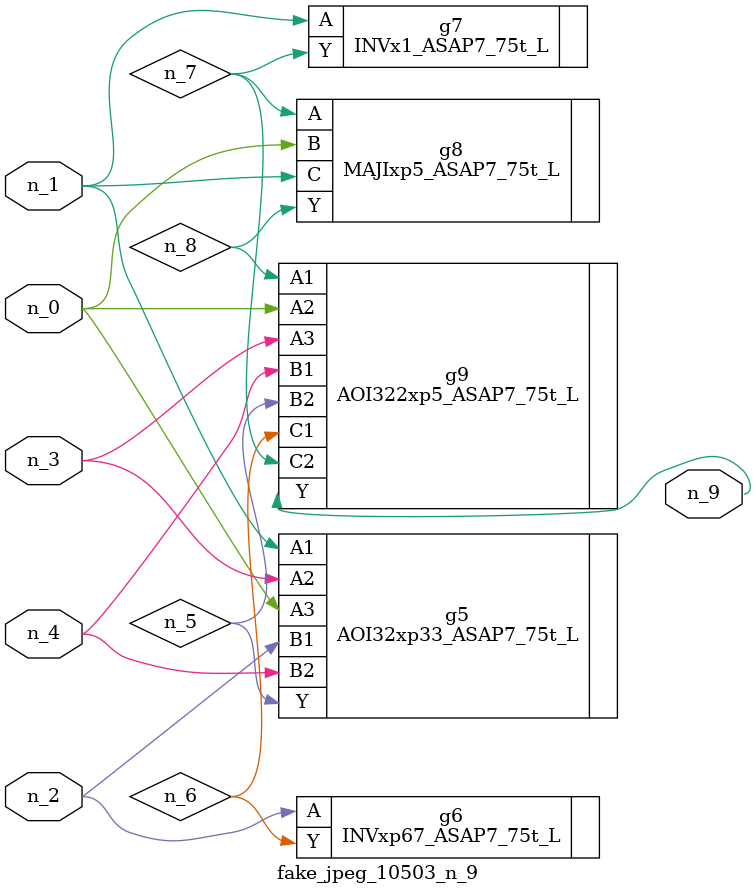
<source format=v>
module fake_jpeg_10503_n_9 (n_3, n_2, n_1, n_0, n_4, n_9);

input n_3;
input n_2;
input n_1;
input n_0;
input n_4;

output n_9;

wire n_8;
wire n_6;
wire n_5;
wire n_7;

AOI32xp33_ASAP7_75t_L g5 ( 
.A1(n_1),
.A2(n_3),
.A3(n_0),
.B1(n_2),
.B2(n_4),
.Y(n_5)
);

INVxp67_ASAP7_75t_L g6 ( 
.A(n_2),
.Y(n_6)
);

INVx1_ASAP7_75t_L g7 ( 
.A(n_1),
.Y(n_7)
);

MAJIxp5_ASAP7_75t_L g8 ( 
.A(n_7),
.B(n_0),
.C(n_1),
.Y(n_8)
);

AOI322xp5_ASAP7_75t_L g9 ( 
.A1(n_8),
.A2(n_0),
.A3(n_3),
.B1(n_4),
.B2(n_5),
.C1(n_6),
.C2(n_7),
.Y(n_9)
);


endmodule
</source>
